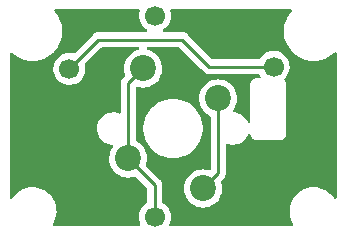
<source format=gbr>
G04 #@! TF.GenerationSoftware,KiCad,Pcbnew,(6.0.1)*
G04 #@! TF.CreationDate,2022-02-17T12:21:18-06:00*
G04 #@! TF.ProjectId,2u Hand Wire Helpers,32752048-616e-4642-9057-697265204865,rev?*
G04 #@! TF.SameCoordinates,Original*
G04 #@! TF.FileFunction,Copper,L2,Bot*
G04 #@! TF.FilePolarity,Positive*
%FSLAX46Y46*%
G04 Gerber Fmt 4.6, Leading zero omitted, Abs format (unit mm)*
G04 Created by KiCad (PCBNEW (6.0.1)) date 2022-02-17 12:21:18*
%MOMM*%
%LPD*%
G01*
G04 APERTURE LIST*
G04 #@! TA.AperFunction,ComponentPad*
%ADD10C,1.700000*%
G04 #@! TD*
G04 #@! TA.AperFunction,ComponentPad*
%ADD11C,2.200000*%
G04 #@! TD*
G04 #@! TA.AperFunction,Conductor*
%ADD12C,0.250000*%
G04 #@! TD*
G04 APERTURE END LIST*
D10*
X145398000Y-103634000D03*
X145398000Y-86584000D03*
X138155625Y-91074000D03*
X155441971Y-90914000D03*
D11*
X144399000Y-91059000D03*
X150749000Y-93599000D03*
X149479000Y-101219000D03*
X143129000Y-98679000D03*
D12*
X150019800Y-90914000D02*
X149752900Y-90647100D01*
X155441971Y-90914000D02*
X150019800Y-90914000D01*
X149752900Y-90647100D02*
X147726400Y-88620600D01*
X140609025Y-88620600D02*
X140879400Y-88620600D01*
X138155625Y-91074000D02*
X140609025Y-88620600D01*
X147726400Y-88620600D02*
X140879400Y-88620600D01*
X143129000Y-98679000D02*
X143129000Y-92329000D01*
X143129000Y-92329000D02*
X144399000Y-91059000D01*
X145398000Y-100948000D02*
X143129000Y-98679000D01*
X145398000Y-103934000D02*
X145398000Y-100948000D01*
X150749000Y-93599000D02*
X150749000Y-99949000D01*
X150749000Y-99949000D02*
X149479000Y-101219000D01*
G04 #@! TA.AperFunction,NonConductor*
G36*
X144050315Y-86028002D02*
G01*
X144096808Y-86081658D01*
X144106912Y-86151932D01*
X144103613Y-86167662D01*
X144058989Y-86328570D01*
X144035251Y-86550695D01*
X144035548Y-86555848D01*
X144035548Y-86555851D01*
X144041011Y-86650590D01*
X144048110Y-86773715D01*
X144049247Y-86778761D01*
X144049248Y-86778767D01*
X144059747Y-86825352D01*
X144097222Y-86991639D01*
X144181266Y-87198616D01*
X144297987Y-87389088D01*
X144444250Y-87557938D01*
X144616126Y-87700632D01*
X144678785Y-87737247D01*
X144704566Y-87752312D01*
X144753290Y-87803950D01*
X144766361Y-87873733D01*
X144739630Y-87939505D01*
X144681583Y-87980384D01*
X144640996Y-87987100D01*
X140687793Y-87987100D01*
X140676610Y-87986573D01*
X140669117Y-87984898D01*
X140661191Y-87985147D01*
X140661190Y-87985147D01*
X140601027Y-87987038D01*
X140597069Y-87987100D01*
X140569169Y-87987100D01*
X140565179Y-87987604D01*
X140553345Y-87988536D01*
X140509136Y-87989926D01*
X140501520Y-87992139D01*
X140501518Y-87992139D01*
X140489677Y-87995579D01*
X140470318Y-87999588D01*
X140469008Y-87999754D01*
X140450228Y-88002126D01*
X140442862Y-88005042D01*
X140442856Y-88005044D01*
X140409123Y-88018400D01*
X140397893Y-88022245D01*
X140381853Y-88026905D01*
X140355432Y-88034581D01*
X140348609Y-88038616D01*
X140337991Y-88044895D01*
X140320238Y-88053592D01*
X140312593Y-88056619D01*
X140301408Y-88061048D01*
X140287730Y-88070986D01*
X140265637Y-88087037D01*
X140255720Y-88093551D01*
X140217663Y-88116058D01*
X140203342Y-88130379D01*
X140188309Y-88143219D01*
X140171918Y-88155128D01*
X140163242Y-88165616D01*
X140143727Y-88189205D01*
X140135737Y-88197984D01*
X138612970Y-89720750D01*
X138550658Y-89754776D01*
X138501779Y-89755702D01*
X138288998Y-89717800D01*
X138288992Y-89717799D01*
X138283909Y-89716894D01*
X138210077Y-89715992D01*
X138065706Y-89714228D01*
X138065704Y-89714228D01*
X138060536Y-89714165D01*
X137839716Y-89747955D01*
X137627381Y-89817357D01*
X137622789Y-89819747D01*
X137622790Y-89819747D01*
X137478932Y-89894635D01*
X137429232Y-89920507D01*
X137425099Y-89923610D01*
X137425096Y-89923612D01*
X137254725Y-90051530D01*
X137250590Y-90054635D01*
X137096254Y-90216138D01*
X137093340Y-90220410D01*
X137093339Y-90220411D01*
X137017851Y-90331072D01*
X136970368Y-90400680D01*
X136938212Y-90469954D01*
X136896225Y-90560409D01*
X136876313Y-90603305D01*
X136816614Y-90818570D01*
X136792876Y-91040695D01*
X136793173Y-91045848D01*
X136793173Y-91045851D01*
X136802466Y-91207023D01*
X136805735Y-91263715D01*
X136806872Y-91268761D01*
X136806873Y-91268767D01*
X136826744Y-91356939D01*
X136854847Y-91481639D01*
X136907553Y-91611438D01*
X136925888Y-91656592D01*
X136938891Y-91688616D01*
X136957564Y-91719088D01*
X137033361Y-91842777D01*
X137055612Y-91879088D01*
X137201875Y-92047938D01*
X137373751Y-92190632D01*
X137566625Y-92303338D01*
X137775317Y-92383030D01*
X137780385Y-92384061D01*
X137780388Y-92384062D01*
X137887642Y-92405883D01*
X137994222Y-92427567D01*
X137999397Y-92427757D01*
X137999399Y-92427757D01*
X138212298Y-92435564D01*
X138212302Y-92435564D01*
X138217462Y-92435753D01*
X138222582Y-92435097D01*
X138222584Y-92435097D01*
X138433913Y-92408025D01*
X138433914Y-92408025D01*
X138439041Y-92407368D01*
X138443991Y-92405883D01*
X138648054Y-92344661D01*
X138648059Y-92344659D01*
X138653009Y-92343174D01*
X138853619Y-92244896D01*
X139035485Y-92115173D01*
X139049090Y-92101616D01*
X139156871Y-91994210D01*
X139193721Y-91957489D01*
X139200612Y-91947900D01*
X139321060Y-91780277D01*
X139324078Y-91776077D01*
X139327725Y-91768699D01*
X139420761Y-91580453D01*
X139420762Y-91580451D01*
X139423055Y-91575811D01*
X139460914Y-91451202D01*
X139486490Y-91367023D01*
X139486490Y-91367021D01*
X139487995Y-91362069D01*
X139517154Y-91140590D01*
X139518781Y-91074000D01*
X139500477Y-90851361D01*
X139472446Y-90739765D01*
X139475250Y-90668823D01*
X139505555Y-90619974D01*
X140834524Y-89291005D01*
X140896836Y-89256979D01*
X140923619Y-89254100D01*
X143962116Y-89254100D01*
X144030237Y-89274102D01*
X144076730Y-89327758D01*
X144086834Y-89398032D01*
X144057340Y-89462612D01*
X143991530Y-89502619D01*
X143900409Y-89524495D01*
X143895838Y-89526388D01*
X143895836Y-89526389D01*
X143671072Y-89619489D01*
X143671068Y-89619491D01*
X143666498Y-89621384D01*
X143450624Y-89753672D01*
X143258102Y-89918102D01*
X143093672Y-90110624D01*
X142961384Y-90326498D01*
X142959491Y-90331068D01*
X142959489Y-90331072D01*
X142899996Y-90474702D01*
X142864495Y-90560409D01*
X142805391Y-90806597D01*
X142785526Y-91059000D01*
X142805391Y-91311403D01*
X142806545Y-91316210D01*
X142806546Y-91316216D01*
X142847410Y-91486425D01*
X142864495Y-91557591D01*
X142866385Y-91562154D01*
X142866388Y-91562163D01*
X142873285Y-91578815D01*
X142880872Y-91649405D01*
X142845970Y-91716125D01*
X142736747Y-91825348D01*
X142728461Y-91832888D01*
X142721982Y-91837000D01*
X142716557Y-91842777D01*
X142675357Y-91886651D01*
X142672602Y-91889493D01*
X142652865Y-91909230D01*
X142650385Y-91912427D01*
X142642682Y-91921447D01*
X142612414Y-91953679D01*
X142608595Y-91960625D01*
X142608593Y-91960628D01*
X142602652Y-91971434D01*
X142591801Y-91987953D01*
X142579386Y-92003959D01*
X142576241Y-92011228D01*
X142576238Y-92011232D01*
X142561826Y-92044537D01*
X142556609Y-92055187D01*
X142535305Y-92093940D01*
X142533334Y-92101615D01*
X142533334Y-92101616D01*
X142530267Y-92113562D01*
X142523863Y-92132266D01*
X142515819Y-92150855D01*
X142514580Y-92158678D01*
X142514577Y-92158688D01*
X142508901Y-92194524D01*
X142506495Y-92206144D01*
X142499698Y-92232619D01*
X142495500Y-92248970D01*
X142495500Y-92269224D01*
X142493949Y-92288934D01*
X142490780Y-92308943D01*
X142491526Y-92316835D01*
X142494941Y-92352961D01*
X142495500Y-92364819D01*
X142495500Y-94744999D01*
X142475498Y-94813120D01*
X142421842Y-94859613D01*
X142351568Y-94869717D01*
X142326509Y-94863438D01*
X142294052Y-94851657D01*
X142214175Y-94822663D01*
X142208926Y-94821714D01*
X142208923Y-94821713D01*
X141991392Y-94782377D01*
X141991385Y-94782376D01*
X141987308Y-94781639D01*
X141969586Y-94780803D01*
X141964644Y-94780570D01*
X141964637Y-94780570D01*
X141963156Y-94780500D01*
X141801110Y-94780500D01*
X141734191Y-94786178D01*
X141634591Y-94794629D01*
X141634587Y-94794630D01*
X141629280Y-94795080D01*
X141624125Y-94796418D01*
X141624119Y-94796419D01*
X141411297Y-94851657D01*
X141411293Y-94851658D01*
X141406128Y-94852999D01*
X141401262Y-94855191D01*
X141401259Y-94855192D01*
X141292980Y-94903968D01*
X141195925Y-94947688D01*
X141004681Y-95076441D01*
X141000824Y-95080120D01*
X141000822Y-95080122D01*
X140931464Y-95146287D01*
X140837865Y-95235576D01*
X140700246Y-95420542D01*
X140595760Y-95626051D01*
X140594178Y-95631145D01*
X140594177Y-95631148D01*
X140581504Y-95671961D01*
X140527393Y-95846227D01*
X140497102Y-96074774D01*
X140505751Y-96305158D01*
X140553093Y-96530791D01*
X140555051Y-96535750D01*
X140555052Y-96535752D01*
X140633800Y-96735152D01*
X140637776Y-96745221D01*
X140640543Y-96749780D01*
X140640544Y-96749783D01*
X140705883Y-96857458D01*
X140757377Y-96942317D01*
X140760874Y-96946347D01*
X140901151Y-97108002D01*
X140908477Y-97116445D01*
X140912608Y-97119832D01*
X141082627Y-97259240D01*
X141082633Y-97259244D01*
X141086755Y-97262624D01*
X141091391Y-97265263D01*
X141091394Y-97265265D01*
X141200422Y-97327327D01*
X141287114Y-97376675D01*
X141503825Y-97455337D01*
X141509074Y-97456286D01*
X141509077Y-97456287D01*
X141726608Y-97495623D01*
X141726615Y-97495624D01*
X141730692Y-97496361D01*
X141754844Y-97497500D01*
X141754815Y-97498117D01*
X141820232Y-97519055D01*
X141865415Y-97573818D01*
X141873818Y-97644316D01*
X141845381Y-97705206D01*
X141823672Y-97730624D01*
X141691384Y-97946498D01*
X141689491Y-97951068D01*
X141689489Y-97951072D01*
X141596389Y-98175836D01*
X141594495Y-98180409D01*
X141593340Y-98185221D01*
X141555401Y-98343250D01*
X141535391Y-98426597D01*
X141515526Y-98679000D01*
X141535391Y-98931403D01*
X141594495Y-99177591D01*
X141691384Y-99411502D01*
X141823672Y-99627376D01*
X141988102Y-99819898D01*
X142180624Y-99984328D01*
X142396498Y-100116616D01*
X142401068Y-100118509D01*
X142401072Y-100118511D01*
X142609188Y-100204715D01*
X142630409Y-100213505D01*
X142707568Y-100232029D01*
X142871784Y-100271454D01*
X142871790Y-100271455D01*
X142876597Y-100272609D01*
X143129000Y-100292474D01*
X143381403Y-100272609D01*
X143386210Y-100271455D01*
X143386216Y-100271454D01*
X143550432Y-100232029D01*
X143627591Y-100213505D01*
X143648812Y-100204715D01*
X143719402Y-100197126D01*
X143786125Y-100232029D01*
X144727595Y-101173499D01*
X144761621Y-101235811D01*
X144764500Y-101262594D01*
X144764500Y-102355692D01*
X144744498Y-102423813D01*
X144696683Y-102467453D01*
X144671607Y-102480507D01*
X144667474Y-102483610D01*
X144667471Y-102483612D01*
X144497100Y-102611530D01*
X144492965Y-102614635D01*
X144489393Y-102618373D01*
X144360258Y-102753505D01*
X144338629Y-102776138D01*
X144212743Y-102960680D01*
X144118688Y-103163305D01*
X144058989Y-103378570D01*
X144035251Y-103600695D01*
X144035548Y-103605848D01*
X144035548Y-103605851D01*
X144041011Y-103700590D01*
X144048110Y-103823715D01*
X144049247Y-103828761D01*
X144049248Y-103828767D01*
X144064949Y-103898434D01*
X144097222Y-104041639D01*
X144142961Y-104154281D01*
X144169076Y-104218596D01*
X144176172Y-104289237D01*
X144143950Y-104352501D01*
X144082640Y-104388301D01*
X144052333Y-104392000D01*
X136881903Y-104392000D01*
X136813782Y-104371998D01*
X136767289Y-104318342D01*
X136757185Y-104248068D01*
X136772784Y-104203000D01*
X136868956Y-104036425D01*
X136868959Y-104036420D01*
X136871161Y-104032605D01*
X136872811Y-104028521D01*
X136872814Y-104028515D01*
X136976047Y-103773002D01*
X136977696Y-103768921D01*
X137046497Y-103492976D01*
X137058522Y-103378570D01*
X137075765Y-103214510D01*
X137075765Y-103214507D01*
X137076224Y-103210141D01*
X137076071Y-103205747D01*
X137066453Y-102930319D01*
X137066452Y-102930313D01*
X137066299Y-102925922D01*
X137049754Y-102832086D01*
X137017677Y-102650173D01*
X137016915Y-102645850D01*
X137015560Y-102641679D01*
X137015558Y-102641672D01*
X136930394Y-102379566D01*
X136929033Y-102375377D01*
X136921484Y-102359898D01*
X136829417Y-102171135D01*
X136804363Y-102119767D01*
X136801908Y-102116128D01*
X136801905Y-102116122D01*
X136647792Y-101887641D01*
X136645333Y-101883995D01*
X136455037Y-101672650D01*
X136237180Y-101489846D01*
X135996002Y-101339141D01*
X135736196Y-101223469D01*
X135462821Y-101145079D01*
X135458467Y-101144467D01*
X135458462Y-101144466D01*
X135284833Y-101120065D01*
X135181196Y-101105500D01*
X134967982Y-101105500D01*
X134965796Y-101105653D01*
X134965792Y-101105653D01*
X134759685Y-101120065D01*
X134759680Y-101120066D01*
X134755300Y-101120372D01*
X134477123Y-101179501D01*
X134472994Y-101181004D01*
X134472990Y-101181005D01*
X134214026Y-101275260D01*
X134214022Y-101275262D01*
X134209881Y-101276769D01*
X134205991Y-101278837D01*
X134205985Y-101278840D01*
X133962670Y-101408213D01*
X133962664Y-101408217D01*
X133958778Y-101410283D01*
X133955218Y-101412870D01*
X133955214Y-101412872D01*
X133732262Y-101574855D01*
X133728699Y-101577444D01*
X133725535Y-101580500D01*
X133725532Y-101580502D01*
X133527290Y-101771943D01*
X133527286Y-101771947D01*
X133524125Y-101775000D01*
X133349035Y-101999104D01*
X133343119Y-102009351D01*
X133291737Y-102058344D01*
X133222024Y-102071781D01*
X133156113Y-102045394D01*
X133114930Y-101987563D01*
X133108000Y-101946351D01*
X133108000Y-89824466D01*
X133128002Y-89756345D01*
X133181658Y-89709852D01*
X133251932Y-89699748D01*
X133318122Y-89731591D01*
X133318418Y-89731233D01*
X133321456Y-89733746D01*
X133321461Y-89733751D01*
X133431117Y-89824466D01*
X133561625Y-89932432D01*
X133828131Y-90101562D01*
X133831710Y-90103246D01*
X133831717Y-90103250D01*
X134110144Y-90234267D01*
X134110148Y-90234269D01*
X134113734Y-90235956D01*
X134413928Y-90333495D01*
X134723980Y-90392641D01*
X134960162Y-90407500D01*
X135117838Y-90407500D01*
X135354020Y-90392641D01*
X135664072Y-90333495D01*
X135964266Y-90235956D01*
X135967852Y-90234269D01*
X135967856Y-90234267D01*
X136246283Y-90103250D01*
X136246290Y-90103246D01*
X136249869Y-90101562D01*
X136516375Y-89932432D01*
X136730004Y-89755702D01*
X136756530Y-89733758D01*
X136756531Y-89733757D01*
X136759582Y-89731233D01*
X136772197Y-89717800D01*
X136814138Y-89673137D01*
X136975654Y-89501140D01*
X137161184Y-89245779D01*
X137313247Y-88969179D01*
X137429443Y-88675702D01*
X137507940Y-88369975D01*
X137547500Y-88056821D01*
X137547500Y-87741179D01*
X137507940Y-87428025D01*
X137429443Y-87122298D01*
X137379606Y-86996425D01*
X137314702Y-86832495D01*
X137314700Y-86832490D01*
X137313247Y-86828821D01*
X137311340Y-86825352D01*
X137163093Y-86555693D01*
X137163091Y-86555690D01*
X137161184Y-86552221D01*
X136975654Y-86296860D01*
X136903715Y-86220253D01*
X136871664Y-86156903D01*
X136878951Y-86086281D01*
X136923261Y-86030810D01*
X136995565Y-86008000D01*
X143982194Y-86008000D01*
X144050315Y-86028002D01*
G37*
G04 #@! TD.AperFunction*
G04 #@! TA.AperFunction,NonConductor*
G36*
X156950556Y-86028002D02*
G01*
X156997049Y-86081658D01*
X157007153Y-86151932D01*
X156974285Y-86220253D01*
X156902346Y-86296860D01*
X156716816Y-86552221D01*
X156714909Y-86555690D01*
X156714907Y-86555693D01*
X156566660Y-86825352D01*
X156564753Y-86828821D01*
X156563300Y-86832490D01*
X156563298Y-86832495D01*
X156498394Y-86996425D01*
X156448557Y-87122298D01*
X156370060Y-87428025D01*
X156330500Y-87741179D01*
X156330500Y-88056821D01*
X156370060Y-88369975D01*
X156448557Y-88675702D01*
X156564753Y-88969179D01*
X156716816Y-89245779D01*
X156902346Y-89501140D01*
X157063862Y-89673137D01*
X157105804Y-89717800D01*
X157118418Y-89731233D01*
X157121469Y-89733757D01*
X157121470Y-89733758D01*
X157147996Y-89755702D01*
X157361625Y-89932432D01*
X157628131Y-90101562D01*
X157631710Y-90103246D01*
X157631717Y-90103250D01*
X157910144Y-90234267D01*
X157910148Y-90234269D01*
X157913734Y-90235956D01*
X158213928Y-90333495D01*
X158523980Y-90392641D01*
X158760162Y-90407500D01*
X158917838Y-90407500D01*
X159154020Y-90392641D01*
X159464072Y-90333495D01*
X159764266Y-90235956D01*
X159767852Y-90234269D01*
X159767856Y-90234267D01*
X160046283Y-90103250D01*
X160046290Y-90103246D01*
X160049869Y-90101562D01*
X160316375Y-89932432D01*
X160530004Y-89755702D01*
X160556530Y-89733758D01*
X160556531Y-89733757D01*
X160559582Y-89731233D01*
X160567000Y-89723334D01*
X160574151Y-89715719D01*
X160635364Y-89679754D01*
X160706304Y-89682593D01*
X160764448Y-89723334D01*
X160791335Y-89789042D01*
X160792000Y-89801973D01*
X160792000Y-101985823D01*
X160771998Y-102053944D01*
X160718342Y-102100437D01*
X160648068Y-102110541D01*
X160583488Y-102081047D01*
X160561541Y-102056281D01*
X160522975Y-101999104D01*
X160445333Y-101883995D01*
X160255037Y-101672650D01*
X160037180Y-101489846D01*
X159796002Y-101339141D01*
X159536196Y-101223469D01*
X159262821Y-101145079D01*
X159258467Y-101144467D01*
X159258462Y-101144466D01*
X159084833Y-101120065D01*
X158981196Y-101105500D01*
X158767982Y-101105500D01*
X158765796Y-101105653D01*
X158765792Y-101105653D01*
X158559685Y-101120065D01*
X158559680Y-101120066D01*
X158555300Y-101120372D01*
X158277123Y-101179501D01*
X158272994Y-101181004D01*
X158272990Y-101181005D01*
X158014026Y-101275260D01*
X158014022Y-101275262D01*
X158009881Y-101276769D01*
X158005991Y-101278837D01*
X158005985Y-101278840D01*
X157762670Y-101408213D01*
X157762664Y-101408217D01*
X157758778Y-101410283D01*
X157755218Y-101412870D01*
X157755214Y-101412872D01*
X157532262Y-101574855D01*
X157528699Y-101577444D01*
X157525535Y-101580500D01*
X157525532Y-101580502D01*
X157327290Y-101771943D01*
X157327286Y-101771947D01*
X157324125Y-101775000D01*
X157149035Y-101999104D01*
X157117373Y-102053944D01*
X157077089Y-102123719D01*
X157006839Y-102245395D01*
X157005189Y-102249479D01*
X157005186Y-102249485D01*
X156937349Y-102417390D01*
X156900304Y-102509079D01*
X156899240Y-102513348D01*
X156899239Y-102513350D01*
X156868397Y-102637051D01*
X156831503Y-102785024D01*
X156831044Y-102789392D01*
X156831043Y-102789397D01*
X156813041Y-102960680D01*
X156801776Y-103067859D01*
X156801929Y-103072247D01*
X156801929Y-103072253D01*
X156806745Y-103210141D01*
X156811701Y-103352078D01*
X156812463Y-103356401D01*
X156812464Y-103356408D01*
X156816372Y-103378570D01*
X156861085Y-103632150D01*
X156862440Y-103636321D01*
X156862442Y-103636328D01*
X156908000Y-103776540D01*
X156948967Y-103902623D01*
X156950895Y-103906576D01*
X156950897Y-103906581D01*
X157006793Y-104021184D01*
X157073637Y-104158233D01*
X157076096Y-104161878D01*
X157098802Y-104195542D01*
X157120312Y-104263202D01*
X157101828Y-104331750D01*
X157049218Y-104379423D01*
X156994343Y-104392000D01*
X146741635Y-104392000D01*
X146673514Y-104371998D01*
X146627021Y-104318342D01*
X146616917Y-104248068D01*
X146628678Y-104210173D01*
X146654348Y-104158233D01*
X146665430Y-104135811D01*
X146730370Y-103922069D01*
X146759529Y-103700590D01*
X146761156Y-103634000D01*
X146742852Y-103411361D01*
X146688431Y-103194702D01*
X146599354Y-102989840D01*
X146555202Y-102921592D01*
X146480822Y-102806617D01*
X146480820Y-102806614D01*
X146478014Y-102802277D01*
X146327670Y-102637051D01*
X146323619Y-102633852D01*
X146323615Y-102633848D01*
X146156414Y-102501800D01*
X146156410Y-102501798D01*
X146152359Y-102498598D01*
X146147835Y-102496101D01*
X146147831Y-102496098D01*
X146096608Y-102467822D01*
X146046636Y-102417390D01*
X146031500Y-102357513D01*
X146031500Y-101026768D01*
X146032027Y-101015585D01*
X146033702Y-101008092D01*
X146031562Y-100940001D01*
X146031500Y-100936044D01*
X146031500Y-100908144D01*
X146030996Y-100904153D01*
X146030063Y-100892311D01*
X146028923Y-100856036D01*
X146028674Y-100848111D01*
X146023021Y-100828652D01*
X146019012Y-100809293D01*
X146018846Y-100807983D01*
X146016474Y-100789203D01*
X146013558Y-100781837D01*
X146013556Y-100781831D01*
X146000200Y-100748098D01*
X145996355Y-100736868D01*
X145986230Y-100702017D01*
X145986230Y-100702016D01*
X145984019Y-100694407D01*
X145973705Y-100676966D01*
X145965008Y-100659213D01*
X145960472Y-100647758D01*
X145957552Y-100640383D01*
X145931563Y-100604612D01*
X145925047Y-100594692D01*
X145906578Y-100563463D01*
X145902542Y-100556638D01*
X145888221Y-100542317D01*
X145875380Y-100527283D01*
X145868131Y-100517306D01*
X145863472Y-100510893D01*
X145829395Y-100482702D01*
X145820616Y-100474712D01*
X144682029Y-99336125D01*
X144648003Y-99273813D01*
X144654715Y-99198812D01*
X144661611Y-99182164D01*
X144661612Y-99182162D01*
X144663505Y-99177591D01*
X144722609Y-98931403D01*
X144742474Y-98679000D01*
X144722609Y-98426597D01*
X144702600Y-98343250D01*
X144664660Y-98185221D01*
X144663505Y-98180409D01*
X144661611Y-98175836D01*
X144568511Y-97951072D01*
X144568509Y-97951068D01*
X144566616Y-97946498D01*
X144434328Y-97730624D01*
X144269898Y-97538102D01*
X144077376Y-97373672D01*
X143861502Y-97241384D01*
X143856925Y-97239488D01*
X143840280Y-97232593D01*
X143785000Y-97188044D01*
X143762500Y-97116185D01*
X143762500Y-96296821D01*
X144430500Y-96296821D01*
X144470060Y-96609975D01*
X144548557Y-96915702D01*
X144550010Y-96919371D01*
X144550010Y-96919372D01*
X144661268Y-97200376D01*
X144664753Y-97209179D01*
X144666659Y-97212647D01*
X144666660Y-97212648D01*
X144805327Y-97464880D01*
X144816816Y-97485779D01*
X145002346Y-97741140D01*
X145181577Y-97932001D01*
X145199486Y-97951072D01*
X145218418Y-97971233D01*
X145461625Y-98172432D01*
X145728131Y-98341562D01*
X145731710Y-98343246D01*
X145731717Y-98343250D01*
X146010144Y-98474267D01*
X146010148Y-98474269D01*
X146013734Y-98475956D01*
X146313928Y-98573495D01*
X146623980Y-98632641D01*
X146860162Y-98647500D01*
X147017838Y-98647500D01*
X147254020Y-98632641D01*
X147564072Y-98573495D01*
X147864266Y-98475956D01*
X147867852Y-98474269D01*
X147867856Y-98474267D01*
X148146283Y-98343250D01*
X148146290Y-98343246D01*
X148149869Y-98341562D01*
X148416375Y-98172432D01*
X148659582Y-97971233D01*
X148678515Y-97951072D01*
X148696423Y-97932001D01*
X148875654Y-97741140D01*
X149061184Y-97485779D01*
X149072674Y-97464880D01*
X149211340Y-97212648D01*
X149211341Y-97212647D01*
X149213247Y-97209179D01*
X149216733Y-97200376D01*
X149327990Y-96919372D01*
X149327990Y-96919371D01*
X149329443Y-96915702D01*
X149407940Y-96609975D01*
X149447500Y-96296821D01*
X149447500Y-95981179D01*
X149407940Y-95668025D01*
X149329443Y-95362298D01*
X149279270Y-95235576D01*
X149214702Y-95072495D01*
X149214700Y-95072490D01*
X149213247Y-95068821D01*
X149200375Y-95045407D01*
X149063093Y-94795693D01*
X149063091Y-94795690D01*
X149061184Y-94792221D01*
X148875654Y-94536860D01*
X148682810Y-94331502D01*
X148662297Y-94309658D01*
X148662296Y-94309657D01*
X148659582Y-94306767D01*
X148416375Y-94105568D01*
X148149869Y-93936438D01*
X148146290Y-93934754D01*
X148146283Y-93934750D01*
X147867856Y-93803733D01*
X147867852Y-93803731D01*
X147864266Y-93802044D01*
X147564072Y-93704505D01*
X147254020Y-93645359D01*
X147017838Y-93630500D01*
X146860162Y-93630500D01*
X146623980Y-93645359D01*
X146313928Y-93704505D01*
X146013734Y-93802044D01*
X146010148Y-93803731D01*
X146010144Y-93803733D01*
X145731717Y-93934750D01*
X145731710Y-93934754D01*
X145728131Y-93936438D01*
X145461625Y-94105568D01*
X145218418Y-94306767D01*
X145215704Y-94309657D01*
X145215703Y-94309658D01*
X145195190Y-94331502D01*
X145002346Y-94536860D01*
X144816816Y-94792221D01*
X144814909Y-94795690D01*
X144814907Y-94795693D01*
X144677625Y-95045407D01*
X144664753Y-95068821D01*
X144663300Y-95072490D01*
X144663298Y-95072495D01*
X144598730Y-95235576D01*
X144548557Y-95362298D01*
X144470060Y-95668025D01*
X144430500Y-95981179D01*
X144430500Y-96296821D01*
X143762500Y-96296821D01*
X143762500Y-92720227D01*
X143782502Y-92652106D01*
X143836158Y-92605613D01*
X143906432Y-92595509D01*
X143917914Y-92597708D01*
X144141784Y-92651454D01*
X144141790Y-92651455D01*
X144146597Y-92652609D01*
X144399000Y-92672474D01*
X144651403Y-92652609D01*
X144656210Y-92651455D01*
X144656216Y-92651454D01*
X144847157Y-92605613D01*
X144897591Y-92593505D01*
X144902164Y-92591611D01*
X145126928Y-92498511D01*
X145126932Y-92498509D01*
X145131502Y-92496616D01*
X145347376Y-92364328D01*
X145539898Y-92199898D01*
X145704328Y-92007376D01*
X145836616Y-91791502D01*
X145843006Y-91776077D01*
X145931611Y-91562164D01*
X145931612Y-91562162D01*
X145933505Y-91557591D01*
X145967543Y-91415811D01*
X145991454Y-91316216D01*
X145991455Y-91316210D01*
X145992609Y-91311403D01*
X146012474Y-91059000D01*
X145992609Y-90806597D01*
X145933505Y-90560409D01*
X145898004Y-90474702D01*
X145838511Y-90331072D01*
X145838509Y-90331068D01*
X145836616Y-90326498D01*
X145704328Y-90110624D01*
X145539898Y-89918102D01*
X145347376Y-89753672D01*
X145131502Y-89621384D01*
X145126932Y-89619491D01*
X145126928Y-89619489D01*
X144902164Y-89526389D01*
X144902162Y-89526388D01*
X144897591Y-89524495D01*
X144806470Y-89502619D01*
X144744901Y-89467267D01*
X144712218Y-89404240D01*
X144718798Y-89333549D01*
X144762553Y-89277638D01*
X144835884Y-89254100D01*
X147411806Y-89254100D01*
X147479927Y-89274102D01*
X147500901Y-89291005D01*
X149333130Y-91123235D01*
X149333133Y-91123237D01*
X149516143Y-91306247D01*
X149523687Y-91314537D01*
X149527800Y-91321018D01*
X149533577Y-91326443D01*
X149577467Y-91367658D01*
X149580309Y-91370413D01*
X149600031Y-91390135D01*
X149603155Y-91392558D01*
X149603159Y-91392562D01*
X149603224Y-91392612D01*
X149612245Y-91400317D01*
X149644479Y-91430586D01*
X149651427Y-91434405D01*
X149651429Y-91434407D01*
X149662232Y-91440346D01*
X149678759Y-91451202D01*
X149688498Y-91458757D01*
X149688500Y-91458758D01*
X149694760Y-91463614D01*
X149735340Y-91481174D01*
X149745988Y-91486391D01*
X149784740Y-91507695D01*
X149792416Y-91509666D01*
X149792419Y-91509667D01*
X149804362Y-91512733D01*
X149823067Y-91519137D01*
X149841655Y-91527181D01*
X149849478Y-91528420D01*
X149849488Y-91528423D01*
X149885324Y-91534099D01*
X149896944Y-91536505D01*
X149932089Y-91545528D01*
X149939770Y-91547500D01*
X149960024Y-91547500D01*
X149979734Y-91549051D01*
X149999743Y-91552220D01*
X150007635Y-91551474D01*
X150043761Y-91548059D01*
X150055619Y-91547500D01*
X154166245Y-91547500D01*
X154234366Y-91567502D01*
X154273678Y-91607665D01*
X154330362Y-91700165D01*
X154348900Y-91768699D01*
X154327444Y-91836375D01*
X154272804Y-91881708D01*
X154222929Y-91892000D01*
X154008702Y-91892000D01*
X154007932Y-91891998D01*
X154007078Y-91891993D01*
X153930348Y-91891524D01*
X153921719Y-91893990D01*
X153921714Y-91893991D01*
X153901952Y-91899639D01*
X153885191Y-91903217D01*
X153864848Y-91906130D01*
X153864838Y-91906133D01*
X153855955Y-91907405D01*
X153832605Y-91918021D01*
X153815093Y-91924464D01*
X153802200Y-91928149D01*
X153790435Y-91931512D01*
X153765452Y-91947274D01*
X153750386Y-91955404D01*
X153723490Y-91967633D01*
X153704061Y-91984374D01*
X153689053Y-91995479D01*
X153667369Y-92009160D01*
X153661427Y-92015888D01*
X153647819Y-92031296D01*
X153635626Y-92043341D01*
X153627911Y-92049989D01*
X153613253Y-92062619D01*
X153608374Y-92070147D01*
X153608371Y-92070150D01*
X153599304Y-92084139D01*
X153588014Y-92099013D01*
X153571044Y-92118228D01*
X153558490Y-92144966D01*
X153550176Y-92159935D01*
X153534107Y-92184727D01*
X153531535Y-92193327D01*
X153526761Y-92209290D01*
X153520099Y-92226736D01*
X153509201Y-92249948D01*
X153506200Y-92269224D01*
X153504658Y-92279128D01*
X153500874Y-92295849D01*
X153494986Y-92315536D01*
X153494985Y-92315539D01*
X153492413Y-92324141D01*
X153492358Y-92333116D01*
X153492358Y-92333117D01*
X153492203Y-92358546D01*
X153492170Y-92359328D01*
X153492000Y-92360423D01*
X153492000Y-92391298D01*
X153491998Y-92392068D01*
X153491524Y-92469652D01*
X153491908Y-92470996D01*
X153492000Y-92472341D01*
X153492000Y-95508233D01*
X153471998Y-95576354D01*
X153418342Y-95622847D01*
X153348068Y-95632951D01*
X153283488Y-95603457D01*
X153248808Y-95554515D01*
X153242185Y-95537744D01*
X153242184Y-95537742D01*
X153240224Y-95532779D01*
X153120623Y-95335683D01*
X153033755Y-95235576D01*
X152973023Y-95165588D01*
X152973021Y-95165586D01*
X152969523Y-95161555D01*
X152882202Y-95089956D01*
X152795373Y-95018760D01*
X152795367Y-95018756D01*
X152791245Y-95015376D01*
X152786609Y-95012737D01*
X152786606Y-95012735D01*
X152600697Y-94906910D01*
X152590886Y-94901325D01*
X152374175Y-94822663D01*
X152368926Y-94821714D01*
X152368923Y-94821713D01*
X152151392Y-94782377D01*
X152151385Y-94782376D01*
X152147308Y-94781639D01*
X152123156Y-94780500D01*
X152123185Y-94779883D01*
X152057768Y-94758945D01*
X152012585Y-94704182D01*
X152004182Y-94633684D01*
X152032619Y-94572794D01*
X152054328Y-94547376D01*
X152186616Y-94331502D01*
X152197908Y-94304242D01*
X152281611Y-94102164D01*
X152281612Y-94102162D01*
X152283505Y-94097591D01*
X152322194Y-93936438D01*
X152341454Y-93856216D01*
X152341455Y-93856210D01*
X152342609Y-93851403D01*
X152362474Y-93599000D01*
X152342609Y-93346597D01*
X152283505Y-93100409D01*
X152186616Y-92866498D01*
X152054328Y-92650624D01*
X151889898Y-92458102D01*
X151697376Y-92293672D01*
X151481502Y-92161384D01*
X151476932Y-92159491D01*
X151476928Y-92159489D01*
X151252164Y-92066389D01*
X151252162Y-92066388D01*
X151247591Y-92064495D01*
X151162352Y-92044031D01*
X151006216Y-92006546D01*
X151006210Y-92006545D01*
X151001403Y-92005391D01*
X150749000Y-91985526D01*
X150496597Y-92005391D01*
X150491790Y-92006545D01*
X150491784Y-92006546D01*
X150335648Y-92044031D01*
X150250409Y-92064495D01*
X150245838Y-92066388D01*
X150245836Y-92066389D01*
X150021072Y-92159489D01*
X150021068Y-92159491D01*
X150016498Y-92161384D01*
X149800624Y-92293672D01*
X149608102Y-92458102D01*
X149443672Y-92650624D01*
X149311384Y-92866498D01*
X149214495Y-93100409D01*
X149155391Y-93346597D01*
X149135526Y-93599000D01*
X149155391Y-93851403D01*
X149156545Y-93856210D01*
X149156546Y-93856216D01*
X149175806Y-93936438D01*
X149214495Y-94097591D01*
X149216388Y-94102162D01*
X149216389Y-94102164D01*
X149300093Y-94304242D01*
X149311384Y-94331502D01*
X149443672Y-94547376D01*
X149608102Y-94739898D01*
X149800624Y-94904328D01*
X150016498Y-95036616D01*
X150021073Y-95038511D01*
X150021075Y-95038512D01*
X150037720Y-95045407D01*
X150093000Y-95089956D01*
X150115500Y-95161815D01*
X150115500Y-99557773D01*
X150095498Y-99625894D01*
X150041842Y-99672387D01*
X149971568Y-99682491D01*
X149960086Y-99680292D01*
X149736216Y-99626546D01*
X149736210Y-99626545D01*
X149731403Y-99625391D01*
X149479000Y-99605526D01*
X149226597Y-99625391D01*
X149221790Y-99626545D01*
X149221784Y-99626546D01*
X149065032Y-99664179D01*
X148980409Y-99684495D01*
X148975838Y-99686388D01*
X148975836Y-99686389D01*
X148751072Y-99779489D01*
X148751068Y-99779491D01*
X148746498Y-99781384D01*
X148530624Y-99913672D01*
X148338102Y-100078102D01*
X148173672Y-100270624D01*
X148041384Y-100486498D01*
X148039491Y-100491068D01*
X148039489Y-100491072D01*
X147955265Y-100694407D01*
X147944495Y-100720409D01*
X147937848Y-100748098D01*
X147891776Y-100940002D01*
X147885391Y-100966597D01*
X147865526Y-101219000D01*
X147885391Y-101471403D01*
X147886545Y-101476210D01*
X147886546Y-101476216D01*
X147910227Y-101574855D01*
X147944495Y-101717591D01*
X147946388Y-101722162D01*
X147946389Y-101722164D01*
X148013422Y-101883995D01*
X148041384Y-101951502D01*
X148173672Y-102167376D01*
X148338102Y-102359898D01*
X148341858Y-102363106D01*
X148361130Y-102379566D01*
X148530624Y-102524328D01*
X148746498Y-102656616D01*
X148751068Y-102658509D01*
X148751072Y-102658511D01*
X148975836Y-102751611D01*
X148980409Y-102753505D01*
X149059117Y-102772401D01*
X149221784Y-102811454D01*
X149221790Y-102811455D01*
X149226597Y-102812609D01*
X149479000Y-102832474D01*
X149731403Y-102812609D01*
X149736210Y-102811455D01*
X149736216Y-102811454D01*
X149898883Y-102772401D01*
X149977591Y-102753505D01*
X149982164Y-102751611D01*
X150206928Y-102658511D01*
X150206932Y-102658509D01*
X150211502Y-102656616D01*
X150427376Y-102524328D01*
X150596870Y-102379566D01*
X150616142Y-102363106D01*
X150619898Y-102359898D01*
X150784328Y-102167376D01*
X150916616Y-101951502D01*
X150944579Y-101883995D01*
X151011611Y-101722164D01*
X151011612Y-101722162D01*
X151013505Y-101717591D01*
X151047773Y-101574855D01*
X151071454Y-101476216D01*
X151071455Y-101476210D01*
X151072609Y-101471403D01*
X151092474Y-101219000D01*
X151072609Y-100966597D01*
X151066225Y-100940002D01*
X151020152Y-100748098D01*
X151013505Y-100720409D01*
X151004715Y-100699188D01*
X150997126Y-100628598D01*
X151032029Y-100561875D01*
X151141247Y-100452657D01*
X151149537Y-100445113D01*
X151156018Y-100441000D01*
X151202659Y-100391332D01*
X151205413Y-100388491D01*
X151225134Y-100368770D01*
X151227612Y-100365575D01*
X151235318Y-100356553D01*
X151260158Y-100330101D01*
X151265586Y-100324321D01*
X151275346Y-100306568D01*
X151286199Y-100290045D01*
X151293753Y-100280306D01*
X151298613Y-100274041D01*
X151316176Y-100233457D01*
X151321383Y-100222827D01*
X151342695Y-100184060D01*
X151344666Y-100176383D01*
X151344668Y-100176378D01*
X151347732Y-100164442D01*
X151354138Y-100145730D01*
X151359033Y-100134419D01*
X151362181Y-100127145D01*
X151363421Y-100119317D01*
X151363423Y-100119310D01*
X151369099Y-100083476D01*
X151371505Y-100071856D01*
X151380528Y-100036711D01*
X151380528Y-100036710D01*
X151382500Y-100029030D01*
X151382500Y-100008776D01*
X151384051Y-99989065D01*
X151385980Y-99976886D01*
X151387220Y-99969057D01*
X151383059Y-99925038D01*
X151382500Y-99913181D01*
X151382500Y-97533001D01*
X151402502Y-97464880D01*
X151456158Y-97418387D01*
X151526432Y-97408283D01*
X151551492Y-97414562D01*
X151663825Y-97455337D01*
X151669074Y-97456286D01*
X151669077Y-97456287D01*
X151886608Y-97495623D01*
X151886615Y-97495624D01*
X151890692Y-97496361D01*
X151908414Y-97497197D01*
X151913356Y-97497430D01*
X151913363Y-97497430D01*
X151914844Y-97497500D01*
X152076890Y-97497500D01*
X152143809Y-97491822D01*
X152243409Y-97483371D01*
X152243413Y-97483370D01*
X152248720Y-97482920D01*
X152253875Y-97481582D01*
X152253881Y-97481581D01*
X152466703Y-97426343D01*
X152466707Y-97426342D01*
X152471872Y-97425001D01*
X152476738Y-97422809D01*
X152476741Y-97422808D01*
X152677202Y-97332507D01*
X152682075Y-97330312D01*
X152873319Y-97201559D01*
X152887487Y-97188044D01*
X152970920Y-97108452D01*
X153040135Y-97042424D01*
X153083521Y-96984112D01*
X153149131Y-96895929D01*
X153177754Y-96857458D01*
X153185713Y-96841805D01*
X153267065Y-96681796D01*
X153315768Y-96630138D01*
X153384668Y-96613011D01*
X153451890Y-96635853D01*
X153496091Y-96691412D01*
X153504109Y-96721037D01*
X153506131Y-96735152D01*
X153507405Y-96744045D01*
X153518021Y-96767395D01*
X153524464Y-96784907D01*
X153531512Y-96809565D01*
X153547274Y-96834548D01*
X153555404Y-96849614D01*
X153567633Y-96876510D01*
X153584374Y-96895939D01*
X153595479Y-96910947D01*
X153609160Y-96932631D01*
X153615888Y-96938573D01*
X153631296Y-96952181D01*
X153643340Y-96964373D01*
X153662619Y-96986747D01*
X153670147Y-96991626D01*
X153670150Y-96991629D01*
X153684139Y-97000696D01*
X153699013Y-97011986D01*
X153718228Y-97028956D01*
X153726354Y-97032771D01*
X153726355Y-97032772D01*
X153732021Y-97035432D01*
X153744966Y-97041510D01*
X153759935Y-97049824D01*
X153784727Y-97065893D01*
X153801650Y-97070954D01*
X153809290Y-97073239D01*
X153826736Y-97079901D01*
X153849948Y-97090799D01*
X153879130Y-97095343D01*
X153895849Y-97099126D01*
X153915536Y-97105014D01*
X153915539Y-97105015D01*
X153924141Y-97107587D01*
X153933116Y-97107642D01*
X153933117Y-97107642D01*
X153939810Y-97107683D01*
X153958556Y-97107797D01*
X153959328Y-97107830D01*
X153960423Y-97108000D01*
X153991298Y-97108000D01*
X153992068Y-97108002D01*
X154065716Y-97108452D01*
X154065717Y-97108452D01*
X154069652Y-97108476D01*
X154070996Y-97108092D01*
X154072341Y-97108000D01*
X155991298Y-97108000D01*
X155992069Y-97108002D01*
X156069652Y-97108476D01*
X156078281Y-97106010D01*
X156078286Y-97106009D01*
X156098048Y-97100361D01*
X156114809Y-97096783D01*
X156135152Y-97093870D01*
X156135162Y-97093867D01*
X156144045Y-97092595D01*
X156167395Y-97081979D01*
X156184907Y-97075536D01*
X156200937Y-97070954D01*
X156209565Y-97068488D01*
X156234548Y-97052726D01*
X156249614Y-97044596D01*
X156276510Y-97032367D01*
X156295939Y-97015626D01*
X156310947Y-97004521D01*
X156325039Y-96995630D01*
X156332631Y-96990840D01*
X156352182Y-96968703D01*
X156364374Y-96956659D01*
X156379949Y-96943239D01*
X156379950Y-96943237D01*
X156386747Y-96937381D01*
X156391626Y-96929853D01*
X156391629Y-96929850D01*
X156400696Y-96915861D01*
X156411986Y-96900987D01*
X156423012Y-96888502D01*
X156428956Y-96881772D01*
X156441510Y-96855034D01*
X156449824Y-96840065D01*
X156465893Y-96815273D01*
X156473239Y-96790709D01*
X156479901Y-96773264D01*
X156486983Y-96758179D01*
X156490799Y-96750052D01*
X156495343Y-96720870D01*
X156499126Y-96704151D01*
X156505014Y-96684464D01*
X156505015Y-96684461D01*
X156507587Y-96675859D01*
X156507797Y-96641444D01*
X156507830Y-96640672D01*
X156508000Y-96639577D01*
X156508000Y-96608702D01*
X156508002Y-96607932D01*
X156508452Y-96534284D01*
X156508452Y-96534283D01*
X156508476Y-96530348D01*
X156508092Y-96529004D01*
X156508000Y-96527659D01*
X156508000Y-92408702D01*
X156508002Y-92407932D01*
X156508338Y-92352961D01*
X156508476Y-92330348D01*
X156506010Y-92321719D01*
X156506009Y-92321714D01*
X156500361Y-92301952D01*
X156496783Y-92285191D01*
X156493870Y-92264848D01*
X156493867Y-92264838D01*
X156492595Y-92255955D01*
X156481979Y-92232605D01*
X156475536Y-92215093D01*
X156470954Y-92199063D01*
X156468488Y-92190435D01*
X156452726Y-92165452D01*
X156444596Y-92150386D01*
X156432367Y-92123490D01*
X156415626Y-92104061D01*
X156404521Y-92089053D01*
X156395630Y-92074960D01*
X156395628Y-92074957D01*
X156390840Y-92067369D01*
X156384112Y-92061427D01*
X156382089Y-92059050D01*
X156353171Y-91994210D01*
X156363899Y-91924028D01*
X156389103Y-91888136D01*
X156441045Y-91836375D01*
X156480067Y-91797489D01*
X156498787Y-91771438D01*
X156607406Y-91620277D01*
X156610424Y-91616077D01*
X156614582Y-91607665D01*
X156707107Y-91420453D01*
X156707108Y-91420451D01*
X156709401Y-91415811D01*
X156754077Y-91268767D01*
X156772836Y-91207023D01*
X156772836Y-91207021D01*
X156774341Y-91202069D01*
X156803500Y-90980590D01*
X156805127Y-90914000D01*
X156786823Y-90691361D01*
X156732402Y-90474702D01*
X156643325Y-90269840D01*
X156521985Y-90082277D01*
X156371641Y-89917051D01*
X156367590Y-89913852D01*
X156367586Y-89913848D01*
X156200385Y-89781800D01*
X156200381Y-89781798D01*
X156196330Y-89778598D01*
X156000760Y-89670638D01*
X155995891Y-89668914D01*
X155995887Y-89668912D01*
X155795058Y-89597795D01*
X155795054Y-89597794D01*
X155790183Y-89596069D01*
X155785090Y-89595162D01*
X155785087Y-89595161D01*
X155575344Y-89557800D01*
X155575338Y-89557799D01*
X155570255Y-89556894D01*
X155496423Y-89555992D01*
X155352052Y-89554228D01*
X155352050Y-89554228D01*
X155346882Y-89554165D01*
X155126062Y-89587955D01*
X154913727Y-89657357D01*
X154883414Y-89673137D01*
X154722540Y-89756883D01*
X154715578Y-89760507D01*
X154711445Y-89763610D01*
X154711442Y-89763612D01*
X154630392Y-89824466D01*
X154536936Y-89894635D01*
X154533364Y-89898373D01*
X154387004Y-90051530D01*
X154382600Y-90056138D01*
X154379686Y-90060410D01*
X154379685Y-90060411D01*
X154267066Y-90225504D01*
X154212155Y-90270507D01*
X154162978Y-90280500D01*
X150334395Y-90280500D01*
X150266274Y-90260498D01*
X150245300Y-90243595D01*
X150172670Y-90170965D01*
X150172666Y-90170962D01*
X148230052Y-88228347D01*
X148222512Y-88220061D01*
X148218400Y-88213582D01*
X148168748Y-88166956D01*
X148165907Y-88164202D01*
X148146170Y-88144465D01*
X148142973Y-88141985D01*
X148133951Y-88134280D01*
X148129797Y-88130379D01*
X148101721Y-88104014D01*
X148094775Y-88100195D01*
X148094772Y-88100193D01*
X148083966Y-88094252D01*
X148067447Y-88083401D01*
X148066983Y-88083041D01*
X148051441Y-88070986D01*
X148044172Y-88067841D01*
X148044168Y-88067838D01*
X148010863Y-88053426D01*
X148000213Y-88048209D01*
X147961460Y-88026905D01*
X147941837Y-88021867D01*
X147923134Y-88015463D01*
X147911820Y-88010567D01*
X147911819Y-88010567D01*
X147904545Y-88007419D01*
X147896722Y-88006180D01*
X147896712Y-88006177D01*
X147860876Y-88000501D01*
X147849256Y-87998095D01*
X147814111Y-87989072D01*
X147814110Y-87989072D01*
X147806430Y-87987100D01*
X147786176Y-87987100D01*
X147766465Y-87985549D01*
X147754286Y-87983620D01*
X147746457Y-87982380D01*
X147717186Y-87985147D01*
X147702439Y-87986541D01*
X147690581Y-87987100D01*
X146163081Y-87987100D01*
X146094960Y-87967098D01*
X146048467Y-87913442D01*
X146038363Y-87843168D01*
X146067857Y-87778588D01*
X146096051Y-87754976D01*
X146095994Y-87754896D01*
X146097019Y-87754165D01*
X146097020Y-87754164D01*
X146277860Y-87625173D01*
X146436096Y-87467489D01*
X146495594Y-87384689D01*
X146563435Y-87290277D01*
X146566453Y-87286077D01*
X146665430Y-87085811D01*
X146730370Y-86872069D01*
X146759529Y-86650590D01*
X146761156Y-86584000D01*
X146742852Y-86361361D01*
X146693453Y-86164695D01*
X146696257Y-86093754D01*
X146736970Y-86035591D01*
X146802665Y-86008672D01*
X146815657Y-86008000D01*
X156882435Y-86008000D01*
X156950556Y-86028002D01*
G37*
G04 #@! TD.AperFunction*
M02*

</source>
